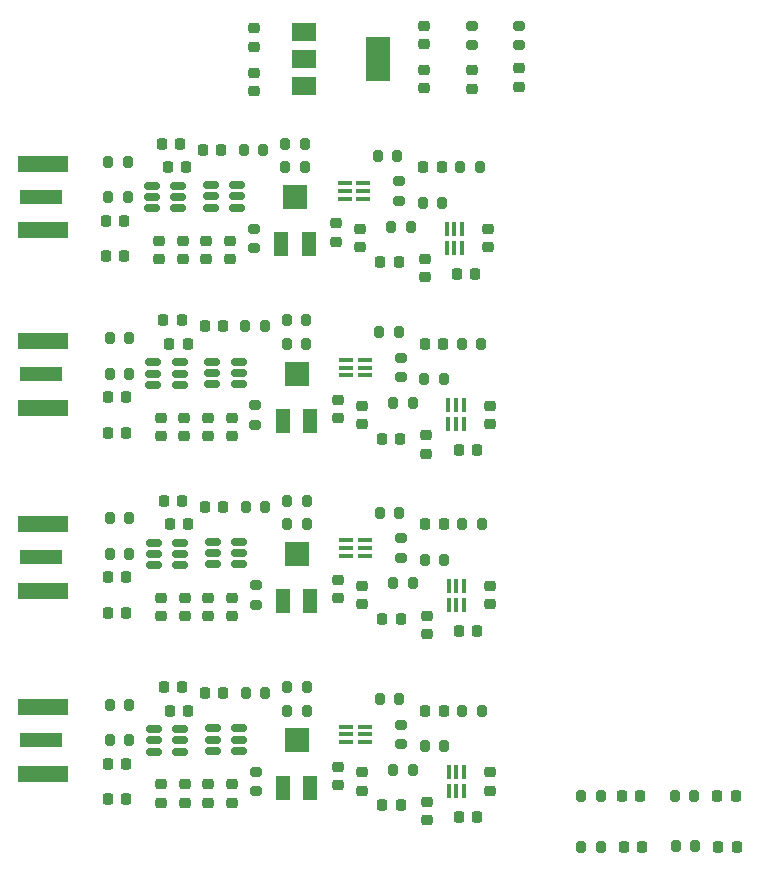
<source format=gbr>
%TF.GenerationSoftware,KiCad,Pcbnew,7.0.1*%
%TF.CreationDate,2023-03-27T13:01:23+02:00*%
%TF.ProjectId,OpenSPD_PCB,4f70656e-5350-4445-9f50-43422e6b6963,rev?*%
%TF.SameCoordinates,Original*%
%TF.FileFunction,Paste,Top*%
%TF.FilePolarity,Positive*%
%FSLAX46Y46*%
G04 Gerber Fmt 4.6, Leading zero omitted, Abs format (unit mm)*
G04 Created by KiCad (PCBNEW 7.0.1) date 2023-03-27 13:01:23*
%MOMM*%
%LPD*%
G01*
G04 APERTURE LIST*
G04 Aperture macros list*
%AMRoundRect*
0 Rectangle with rounded corners*
0 $1 Rounding radius*
0 $2 $3 $4 $5 $6 $7 $8 $9 X,Y pos of 4 corners*
0 Add a 4 corners polygon primitive as box body*
4,1,4,$2,$3,$4,$5,$6,$7,$8,$9,$2,$3,0*
0 Add four circle primitives for the rounded corners*
1,1,$1+$1,$2,$3*
1,1,$1+$1,$4,$5*
1,1,$1+$1,$6,$7*
1,1,$1+$1,$8,$9*
0 Add four rect primitives between the rounded corners*
20,1,$1+$1,$2,$3,$4,$5,0*
20,1,$1+$1,$4,$5,$6,$7,0*
20,1,$1+$1,$6,$7,$8,$9,0*
20,1,$1+$1,$8,$9,$2,$3,0*%
G04 Aperture macros list end*
%ADD10R,1.200000X0.399999*%
%ADD11RoundRect,0.225000X0.225000X0.250000X-0.225000X0.250000X-0.225000X-0.250000X0.225000X-0.250000X0*%
%ADD12RoundRect,0.225000X-0.225000X-0.250000X0.225000X-0.250000X0.225000X0.250000X-0.225000X0.250000X0*%
%ADD13RoundRect,0.200000X-0.200000X-0.275000X0.200000X-0.275000X0.200000X0.275000X-0.200000X0.275000X0*%
%ADD14RoundRect,0.218750X-0.218750X-0.256250X0.218750X-0.256250X0.218750X0.256250X-0.218750X0.256250X0*%
%ADD15RoundRect,0.218750X0.256250X-0.218750X0.256250X0.218750X-0.256250X0.218750X-0.256250X-0.218750X0*%
%ADD16RoundRect,0.225000X-0.250000X0.225000X-0.250000X-0.225000X0.250000X-0.225000X0.250000X0.225000X0*%
%ADD17RoundRect,0.200000X0.200000X0.275000X-0.200000X0.275000X-0.200000X-0.275000X0.200000X-0.275000X0*%
%ADD18RoundRect,0.200000X0.275000X-0.200000X0.275000X0.200000X-0.275000X0.200000X-0.275000X-0.200000X0*%
%ADD19RoundRect,0.150000X-0.512500X-0.150000X0.512500X-0.150000X0.512500X0.150000X-0.512500X0.150000X0*%
%ADD20R,1.300000X2.000000*%
%ADD21R,2.000000X2.000000*%
%ADD22RoundRect,0.225000X0.250000X-0.225000X0.250000X0.225000X-0.250000X0.225000X-0.250000X-0.225000X0*%
%ADD23R,3.600000X1.270000*%
%ADD24R,4.200000X1.350000*%
%ADD25R,0.399999X1.200000*%
%ADD26RoundRect,0.150000X0.512500X0.150000X-0.512500X0.150000X-0.512500X-0.150000X0.512500X-0.150000X0*%
%ADD27R,2.000000X1.500000*%
%ADD28R,2.000000X3.800000*%
%ADD29RoundRect,0.218750X0.218750X0.256250X-0.218750X0.256250X-0.218750X-0.256250X0.218750X-0.256250X0*%
G04 APERTURE END LIST*
D10*
%TO.C,U13*%
X141089999Y-105814123D03*
X141089999Y-106464123D03*
X141089999Y-107114123D03*
X142689998Y-107114123D03*
X142689998Y-106464123D03*
X142689998Y-105814123D03*
%TD*%
D11*
%TO.C,C56*%
X127165000Y-118250000D03*
X125615000Y-118250000D03*
%TD*%
D12*
%TO.C,C28*%
X144087500Y-97200000D03*
X145637500Y-97200000D03*
%TD*%
D13*
%TO.C,R15*%
X136037500Y-87200000D03*
X137687500Y-87200000D03*
%TD*%
D14*
%TO.C,D1*%
X147587500Y-74250000D03*
X149162500Y-74250000D03*
%TD*%
D15*
%TO.C,-3\u002C3V ON*%
X155725000Y-67400000D03*
X155725000Y-65825000D03*
%TD*%
D16*
%TO.C,C44*%
X142390000Y-109689124D03*
X142390000Y-111239124D03*
%TD*%
D17*
%TO.C,R28*%
X134215000Y-102964124D03*
X132565000Y-102964124D03*
%TD*%
D11*
%TO.C,C53*%
X122440000Y-124750000D03*
X120890000Y-124750000D03*
%TD*%
%TO.C,C21*%
X122412500Y-96700000D03*
X120862500Y-96700000D03*
%TD*%
D10*
%TO.C,U9*%
X141062499Y-90549999D03*
X141062499Y-91199999D03*
X141062499Y-91849999D03*
X142662498Y-91849999D03*
X142662498Y-91199999D03*
X142662498Y-90549999D03*
%TD*%
D11*
%TO.C,C39*%
X127665000Y-104464124D03*
X126115000Y-104464124D03*
%TD*%
D13*
%TO.C,R42*%
X143890000Y-119250000D03*
X145540000Y-119250000D03*
%TD*%
D11*
%TO.C,C41*%
X127165000Y-102464124D03*
X125615000Y-102464124D03*
%TD*%
D16*
%TO.C,C40*%
X129390000Y-110689124D03*
X129390000Y-112239124D03*
%TD*%
D13*
%TO.C,R41*%
X136065000Y-120250000D03*
X137715000Y-120250000D03*
%TD*%
%TO.C,R25*%
X121065000Y-106964124D03*
X122715000Y-106964124D03*
%TD*%
D17*
%TO.C,R33*%
X149365000Y-107464124D03*
X147715000Y-107464124D03*
%TD*%
D11*
%TO.C,C36*%
X122440000Y-111964124D03*
X120890000Y-111964124D03*
%TD*%
D12*
%TO.C,C61*%
X150615000Y-129250000D03*
X152165000Y-129250000D03*
%TD*%
D18*
%TO.C,R19*%
X133362500Y-96025000D03*
X133362500Y-94375000D03*
%TD*%
D19*
%TO.C,U2*%
X129587500Y-75750000D03*
X129587500Y-76700000D03*
X129587500Y-77650000D03*
X131862500Y-77650000D03*
X131862500Y-76700000D03*
X131862500Y-75750000D03*
%TD*%
D16*
%TO.C,C16*%
X133225000Y-66250000D03*
X133225000Y-67800000D03*
%TD*%
D19*
%TO.C,U8*%
X129725000Y-90700000D03*
X129725000Y-91650000D03*
X129725000Y-92600000D03*
X132000000Y-92600000D03*
X132000000Y-91650000D03*
X132000000Y-90700000D03*
%TD*%
D20*
%TO.C,RV3*%
X135740000Y-110964124D03*
D21*
X136890000Y-106964124D03*
D20*
X138040000Y-110964124D03*
%TD*%
D16*
%TO.C,C18*%
X147625000Y-66000000D03*
X147625000Y-67550000D03*
%TD*%
D13*
%TO.C,R5*%
X135900000Y-74250000D03*
X137550000Y-74250000D03*
%TD*%
D22*
%TO.C,C14*%
X153070000Y-81025000D03*
X153070000Y-79475000D03*
%TD*%
D11*
%TO.C,C47*%
X130665000Y-102964124D03*
X129115000Y-102964124D03*
%TD*%
%TO.C,C24*%
X127637500Y-89200000D03*
X126087500Y-89200000D03*
%TD*%
D16*
%TO.C,C50*%
X125390000Y-126475000D03*
X125390000Y-128025000D03*
%TD*%
D12*
%TO.C,C46*%
X150615000Y-113464124D03*
X152165000Y-113464124D03*
%TD*%
D22*
%TO.C,C49*%
X147890000Y-113739124D03*
X147890000Y-112189124D03*
%TD*%
D16*
%TO.C,C2*%
X140225000Y-78975000D03*
X140225000Y-80525000D03*
%TD*%
D22*
%TO.C,C60*%
X153235000Y-127025000D03*
X153235000Y-125475000D03*
%TD*%
D13*
%TO.C,R17*%
X136037500Y-89200000D03*
X137687500Y-89200000D03*
%TD*%
D23*
%TO.C,PMT 3*%
X115187500Y-107250000D03*
D24*
X115387500Y-104425000D03*
X115387500Y-110075000D03*
%TD*%
D13*
%TO.C,R10*%
X150725000Y-74250000D03*
X152375000Y-74250000D03*
%TD*%
D11*
%TO.C,C62*%
X130665000Y-118750000D03*
X129115000Y-118750000D03*
%TD*%
D18*
%TO.C,R43*%
X133390000Y-127075000D03*
X133390000Y-125425000D03*
%TD*%
D20*
%TO.C,RV1*%
X135575000Y-80750000D03*
D21*
X136725000Y-76750000D03*
D20*
X137875000Y-80750000D03*
%TD*%
D13*
%TO.C,R38*%
X121065000Y-119750000D03*
X122715000Y-119750000D03*
%TD*%
D18*
%TO.C,R7*%
X133225000Y-81075000D03*
X133225000Y-79425000D03*
%TD*%
%TO.C,R12*%
X145550000Y-77075000D03*
X145550000Y-75425000D03*
%TD*%
D25*
%TO.C,U10*%
X151012501Y-94399999D03*
X150362501Y-94399999D03*
X149712501Y-94399999D03*
X149712501Y-95999998D03*
X150362501Y-95999998D03*
X151012501Y-95999998D03*
%TD*%
D26*
%TO.C,U7*%
X127000000Y-92650000D03*
X127000000Y-91700000D03*
X127000000Y-90750000D03*
X124725000Y-90750000D03*
X124725000Y-91700000D03*
X124725000Y-92650000D03*
%TD*%
D17*
%TO.C,R54*%
X170625000Y-131700000D03*
X168975000Y-131700000D03*
%TD*%
D16*
%TO.C,C25*%
X129362500Y-95425000D03*
X129362500Y-96975000D03*
%TD*%
D13*
%TO.C,R14*%
X121037500Y-88700000D03*
X122687500Y-88700000D03*
%TD*%
D22*
%TO.C,C34*%
X147862500Y-98475000D03*
X147862500Y-96925000D03*
%TD*%
D10*
%TO.C,U17*%
X141089999Y-121599999D03*
X141089999Y-122249999D03*
X141089999Y-122899999D03*
X142689998Y-122899999D03*
X142689998Y-122249999D03*
X142689998Y-121599999D03*
%TD*%
D16*
%TO.C,C29*%
X142362500Y-94425000D03*
X142362500Y-95975000D03*
%TD*%
D18*
%TO.C,R31*%
X133390000Y-111289124D03*
X133390000Y-109639124D03*
%TD*%
D17*
%TO.C,R16*%
X134187500Y-87700000D03*
X132537500Y-87700000D03*
%TD*%
D11*
%TO.C,C7*%
X122275000Y-78750000D03*
X120725000Y-78750000D03*
%TD*%
D22*
%TO.C,C3*%
X147725000Y-83525000D03*
X147725000Y-81975000D03*
%TD*%
D11*
%TO.C,C23*%
X122412500Y-93700000D03*
X120862500Y-93700000D03*
%TD*%
D13*
%TO.C,R22*%
X150862500Y-89200000D03*
X152512500Y-89200000D03*
%TD*%
%TO.C,R1*%
X120900000Y-76750000D03*
X122550000Y-76750000D03*
%TD*%
D26*
%TO.C,U11*%
X127027500Y-107914124D03*
X127027500Y-106964124D03*
X127027500Y-106014124D03*
X124752500Y-106014124D03*
X124752500Y-106964124D03*
X124752500Y-107914124D03*
%TD*%
D17*
%TO.C,R21*%
X149337500Y-92200000D03*
X147687500Y-92200000D03*
%TD*%
D16*
%TO.C,C63*%
X140390000Y-124975000D03*
X140390000Y-126525000D03*
%TD*%
D17*
%TO.C,R40*%
X134215000Y-118750000D03*
X132565000Y-118750000D03*
%TD*%
%TO.C,R9*%
X149200000Y-77250000D03*
X147550000Y-77250000D03*
%TD*%
D18*
%TO.C,R50*%
X155725000Y-63900000D03*
X155725000Y-62250000D03*
%TD*%
D20*
%TO.C,RV2*%
X135712500Y-95700000D03*
D21*
X136862500Y-91700000D03*
D20*
X138012500Y-95700000D03*
%TD*%
D19*
%TO.C,U16*%
X129752500Y-121750000D03*
X129752500Y-122700000D03*
X129752500Y-123650000D03*
X132027500Y-123650000D03*
X132027500Y-122700000D03*
X132027500Y-121750000D03*
%TD*%
D13*
%TO.C,R27*%
X136065000Y-102464124D03*
X137715000Y-102464124D03*
%TD*%
D22*
%TO.C,C45*%
X153235000Y-111239124D03*
X153235000Y-109689124D03*
%TD*%
D13*
%TO.C,R3*%
X135900000Y-72250000D03*
X137550000Y-72250000D03*
%TD*%
D16*
%TO.C,C13*%
X142225000Y-79475000D03*
X142225000Y-81025000D03*
%TD*%
D13*
%TO.C,R26*%
X121065000Y-103964124D03*
X122715000Y-103964124D03*
%TD*%
D11*
%TO.C,C8*%
X127500000Y-74250000D03*
X125950000Y-74250000D03*
%TD*%
D16*
%TO.C,C55*%
X129390000Y-126475000D03*
X129390000Y-128025000D03*
%TD*%
D27*
%TO.C,U6*%
X137475000Y-62750000D03*
X137475000Y-65050000D03*
D28*
X143775000Y-65050000D03*
D27*
X137475000Y-67350000D03*
%TD*%
D16*
%TO.C,C9*%
X129225000Y-80475000D03*
X129225000Y-82025000D03*
%TD*%
D20*
%TO.C,RV4*%
X135740000Y-126750000D03*
D21*
X136890000Y-122750000D03*
D20*
X138040000Y-126750000D03*
%TD*%
D16*
%TO.C,C37*%
X127390000Y-110689124D03*
X127390000Y-112239124D03*
%TD*%
%TO.C,C22*%
X127362500Y-95425000D03*
X127362500Y-96975000D03*
%TD*%
D26*
%TO.C,U1*%
X126862500Y-77700000D03*
X126862500Y-76750000D03*
X126862500Y-75800000D03*
X124587500Y-75800000D03*
X124587500Y-76750000D03*
X124587500Y-77700000D03*
%TD*%
D16*
%TO.C,C35*%
X125390000Y-110689124D03*
X125390000Y-112239124D03*
%TD*%
D11*
%TO.C,C6*%
X122275000Y-81750000D03*
X120725000Y-81750000D03*
%TD*%
D16*
%TO.C,C42*%
X131390000Y-110689124D03*
X131390000Y-112239124D03*
%TD*%
D13*
%TO.C,R11*%
X144900000Y-79250000D03*
X146550000Y-79250000D03*
%TD*%
D12*
%TO.C,C12*%
X143950000Y-82250000D03*
X145500000Y-82250000D03*
%TD*%
D16*
%TO.C,C59*%
X142390000Y-125475000D03*
X142390000Y-127025000D03*
%TD*%
D11*
%TO.C,C51*%
X122440000Y-127750000D03*
X120890000Y-127750000D03*
%TD*%
D13*
%TO.C,R34*%
X150890000Y-104464124D03*
X152540000Y-104464124D03*
%TD*%
D16*
%TO.C,C48*%
X140390000Y-109189124D03*
X140390000Y-110739124D03*
%TD*%
D13*
%TO.C,R23*%
X145037500Y-94200000D03*
X146687500Y-94200000D03*
%TD*%
D11*
%TO.C,C32*%
X130637500Y-87700000D03*
X129087500Y-87700000D03*
%TD*%
D14*
%TO.C,D2*%
X147725000Y-89200000D03*
X149300000Y-89200000D03*
%TD*%
D11*
%TO.C,C10*%
X127000000Y-72250000D03*
X125450000Y-72250000D03*
%TD*%
D14*
%TO.C,D4*%
X147752500Y-120250000D03*
X149327500Y-120250000D03*
%TD*%
D13*
%TO.C,R2*%
X120900000Y-73750000D03*
X122550000Y-73750000D03*
%TD*%
D15*
%TO.C,+3\u002C3V ON*%
X151725000Y-67575000D03*
X151725000Y-66000000D03*
%TD*%
D17*
%TO.C,R4*%
X134050000Y-72750000D03*
X132400000Y-72750000D03*
%TD*%
D16*
%TO.C,C11*%
X131225000Y-80475000D03*
X131225000Y-82025000D03*
%TD*%
D11*
%TO.C,C38*%
X122440000Y-108964124D03*
X120890000Y-108964124D03*
%TD*%
D12*
%TO.C,C15*%
X150450000Y-83250000D03*
X152000000Y-83250000D03*
%TD*%
D29*
%TO.C,PMT 2*%
X174050000Y-127500000D03*
X172475000Y-127500000D03*
%TD*%
D11*
%TO.C,C26*%
X127137500Y-87200000D03*
X125587500Y-87200000D03*
%TD*%
D13*
%TO.C,R6*%
X143725000Y-73250000D03*
X145375000Y-73250000D03*
%TD*%
D17*
%TO.C,R51*%
X162625000Y-127500000D03*
X160975000Y-127500000D03*
%TD*%
D23*
%TO.C,PMT 1*%
X115225000Y-76750000D03*
D24*
X115425000Y-73925000D03*
X115425000Y-79575000D03*
%TD*%
D14*
%TO.C,D3*%
X147752500Y-104464124D03*
X149327500Y-104464124D03*
%TD*%
D18*
%TO.C,R49*%
X151725000Y-63900000D03*
X151725000Y-62250000D03*
%TD*%
D12*
%TO.C,C58*%
X144115000Y-128250000D03*
X145665000Y-128250000D03*
%TD*%
D19*
%TO.C,U12*%
X129752500Y-105964124D03*
X129752500Y-106914124D03*
X129752500Y-107864124D03*
X132027500Y-107864124D03*
X132027500Y-106914124D03*
X132027500Y-105964124D03*
%TD*%
D25*
%TO.C,U4*%
X150875001Y-79449999D03*
X150225001Y-79449999D03*
X149575001Y-79449999D03*
X149575001Y-81049998D03*
X150225001Y-81049998D03*
X150875001Y-81049998D03*
%TD*%
D18*
%TO.C,R36*%
X145715000Y-107289124D03*
X145715000Y-105639124D03*
%TD*%
D23*
%TO.C,PMT 2*%
X115187500Y-91750000D03*
D24*
X115387500Y-88925000D03*
X115387500Y-94575000D03*
%TD*%
D25*
%TO.C,U14*%
X151040001Y-109664123D03*
X150390001Y-109664123D03*
X149740001Y-109664123D03*
X149740001Y-111264122D03*
X150390001Y-111264122D03*
X151040001Y-111264122D03*
%TD*%
D11*
%TO.C,C1*%
X130500000Y-72750000D03*
X128950000Y-72750000D03*
%TD*%
D22*
%TO.C,C19*%
X147625000Y-63825000D03*
X147625000Y-62275000D03*
%TD*%
D11*
%TO.C,C54*%
X127665000Y-120250000D03*
X126115000Y-120250000D03*
%TD*%
D12*
%TO.C,C31*%
X150587500Y-98200000D03*
X152137500Y-98200000D03*
%TD*%
D13*
%TO.C,R18*%
X143862500Y-88200000D03*
X145512500Y-88200000D03*
%TD*%
%TO.C,R30*%
X143890000Y-103464124D03*
X145540000Y-103464124D03*
%TD*%
D29*
%TO.C,PMT 4*%
X174125000Y-131750000D03*
X172550000Y-131750000D03*
%TD*%
D13*
%TO.C,R46*%
X150890000Y-120250000D03*
X152540000Y-120250000D03*
%TD*%
D16*
%TO.C,C4*%
X125225000Y-80475000D03*
X125225000Y-82025000D03*
%TD*%
D17*
%TO.C,R45*%
X149365000Y-123250000D03*
X147715000Y-123250000D03*
%TD*%
D16*
%TO.C,C33*%
X140362500Y-93925000D03*
X140362500Y-95475000D03*
%TD*%
%TO.C,C5*%
X127225000Y-80475000D03*
X127225000Y-82025000D03*
%TD*%
%TO.C,C27*%
X131362500Y-95425000D03*
X131362500Y-96975000D03*
%TD*%
D29*
%TO.C,PMT 1*%
X165975000Y-127500000D03*
X164400000Y-127500000D03*
%TD*%
%TO.C,PMT 3*%
X166125000Y-131750000D03*
X164550000Y-131750000D03*
%TD*%
D22*
%TO.C,C17*%
X133225000Y-64025000D03*
X133225000Y-62475000D03*
%TD*%
%TO.C,C30*%
X153207500Y-95975000D03*
X153207500Y-94425000D03*
%TD*%
D17*
%TO.C,R52*%
X170550000Y-127500000D03*
X168900000Y-127500000D03*
%TD*%
D16*
%TO.C,C52*%
X127390000Y-126475000D03*
X127390000Y-128025000D03*
%TD*%
D13*
%TO.C,R13*%
X121037500Y-91700000D03*
X122687500Y-91700000D03*
%TD*%
D23*
%TO.C,PMT 4*%
X115187500Y-122750000D03*
D24*
X115387500Y-119925000D03*
X115387500Y-125575000D03*
%TD*%
D13*
%TO.C,R29*%
X136065000Y-104464124D03*
X137715000Y-104464124D03*
%TD*%
D18*
%TO.C,R48*%
X145715000Y-123075000D03*
X145715000Y-121425000D03*
%TD*%
%TO.C,R24*%
X145687500Y-92025000D03*
X145687500Y-90375000D03*
%TD*%
D13*
%TO.C,R47*%
X145065000Y-125250000D03*
X146715000Y-125250000D03*
%TD*%
D17*
%TO.C,R53*%
X162625000Y-131750000D03*
X160975000Y-131750000D03*
%TD*%
D13*
%TO.C,R37*%
X121065000Y-122750000D03*
X122715000Y-122750000D03*
%TD*%
D25*
%TO.C,U18*%
X151040001Y-125449999D03*
X150390001Y-125449999D03*
X149740001Y-125449999D03*
X149740001Y-127049998D03*
X150390001Y-127049998D03*
X151040001Y-127049998D03*
%TD*%
D22*
%TO.C,C64*%
X147890000Y-129525000D03*
X147890000Y-127975000D03*
%TD*%
D16*
%TO.C,C20*%
X125362500Y-95425000D03*
X125362500Y-96975000D03*
%TD*%
D13*
%TO.C,R35*%
X145065000Y-109464124D03*
X146715000Y-109464124D03*
%TD*%
D10*
%TO.C,U3*%
X140924999Y-75599999D03*
X140924999Y-76249999D03*
X140924999Y-76899999D03*
X142524998Y-76899999D03*
X142524998Y-76249999D03*
X142524998Y-75599999D03*
%TD*%
D13*
%TO.C,R39*%
X136065000Y-118250000D03*
X137715000Y-118250000D03*
%TD*%
D26*
%TO.C,U15*%
X127027500Y-123700000D03*
X127027500Y-122750000D03*
X127027500Y-121800000D03*
X124752500Y-121800000D03*
X124752500Y-122750000D03*
X124752500Y-123700000D03*
%TD*%
D12*
%TO.C,C43*%
X144115000Y-112464124D03*
X145665000Y-112464124D03*
%TD*%
D16*
%TO.C,C57*%
X131390000Y-126475000D03*
X131390000Y-128025000D03*
%TD*%
M02*

</source>
